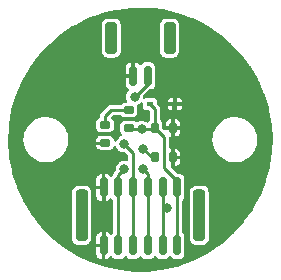
<source format=gbr>
%TF.GenerationSoftware,KiCad,Pcbnew,(5.99.0-9885-g7a8abcadd2)*%
%TF.CreationDate,2021-05-15T19:58:37-05:00*%
%TF.ProjectId,small as5047 encoder breakout,736d616c-6c20-4617-9335-30343720656e,rev?*%
%TF.SameCoordinates,Original*%
%TF.FileFunction,Copper,L1,Top*%
%TF.FilePolarity,Positive*%
%FSLAX46Y46*%
G04 Gerber Fmt 4.6, Leading zero omitted, Abs format (unit mm)*
G04 Created by KiCad (PCBNEW (5.99.0-9885-g7a8abcadd2)) date 2021-05-15 19:58:37*
%MOMM*%
%LPD*%
G01*
G04 APERTURE LIST*
G04 Aperture macros list*
%AMRoundRect*
0 Rectangle with rounded corners*
0 $1 Rounding radius*
0 $2 $3 $4 $5 $6 $7 $8 $9 X,Y pos of 4 corners*
0 Add a 4 corners polygon primitive as box body*
4,1,4,$2,$3,$4,$5,$6,$7,$8,$9,$2,$3,0*
0 Add four circle primitives for the rounded corners*
1,1,$1+$1,$2,$3*
1,1,$1+$1,$4,$5*
1,1,$1+$1,$6,$7*
1,1,$1+$1,$8,$9*
0 Add four rect primitives between the rounded corners*
20,1,$1+$1,$2,$3,$4,$5,0*
20,1,$1+$1,$4,$5,$6,$7,0*
20,1,$1+$1,$6,$7,$8,$9,0*
20,1,$1+$1,$8,$9,$2,$3,0*%
G04 Aperture macros list end*
%TA.AperFunction,SMDPad,CuDef*%
%ADD10RoundRect,0.150000X0.300000X-0.150000X0.300000X0.150000X-0.300000X0.150000X-0.300000X-0.150000X0*%
%TD*%
%TA.AperFunction,SMDPad,CuDef*%
%ADD11RoundRect,0.150000X-0.150000X-0.300000X0.150000X-0.300000X0.150000X0.300000X-0.150000X0.300000X0*%
%TD*%
%TA.AperFunction,SMDPad,CuDef*%
%ADD12RoundRect,0.150000X-0.150000X-0.700000X0.150000X-0.700000X0.150000X0.700000X-0.150000X0.700000X0*%
%TD*%
%TA.AperFunction,SMDPad,CuDef*%
%ADD13RoundRect,0.250000X-0.250000X-1.150000X0.250000X-1.150000X0.250000X1.150000X-0.250000X1.150000X0*%
%TD*%
%TA.AperFunction,SMDPad,CuDef*%
%ADD14RoundRect,0.150000X-0.300000X0.150000X-0.300000X-0.150000X0.300000X-0.150000X0.300000X0.150000X0*%
%TD*%
%TA.AperFunction,SMDPad,CuDef*%
%ADD15R,0.600000X0.450000*%
%TD*%
%TA.AperFunction,SMDPad,CuDef*%
%ADD16RoundRect,0.150000X0.150000X0.700000X-0.150000X0.700000X-0.150000X-0.700000X0.150000X-0.700000X0*%
%TD*%
%TA.AperFunction,SMDPad,CuDef*%
%ADD17RoundRect,0.250000X0.250000X1.100000X-0.250000X1.100000X-0.250000X-1.100000X0.250000X-1.100000X0*%
%TD*%
%TA.AperFunction,SMDPad,CuDef*%
%ADD18RoundRect,0.250000X-0.250000X-1.100000X0.250000X-1.100000X0.250000X1.100000X-0.250000X1.100000X0*%
%TD*%
%TA.AperFunction,ViaPad*%
%ADD19C,0.800000*%
%TD*%
%TA.AperFunction,Conductor*%
%ADD20C,0.250000*%
%TD*%
G04 APERTURE END LIST*
D10*
%TO.P,R1,1*%
%TO.N,+5V*%
X137500000Y-82000000D03*
%TO.P,R1,2*%
%TO.N,N/C*%
X137500000Y-80500000D03*
%TD*%
D11*
%TO.P,C1,1*%
%TO.N,+5V*%
X139750000Y-82000000D03*
%TO.P,C1,2*%
%TO.N,GND*%
X141250000Y-82000000D03*
%TD*%
%TO.P,C2,1*%
%TO.N,+3V3*%
X139750000Y-84500000D03*
%TO.P,C2,2*%
%TO.N,GND*%
X141250000Y-84500000D03*
%TD*%
D12*
%TO.P,J2,1,Pin_1*%
%TO.N,GND*%
X135375000Y-91950000D03*
%TO.P,J2,2,Pin_2*%
%TO.N,/H3{slash}CS*%
X136625000Y-91950000D03*
%TO.P,J2,3,Pin_3*%
%TO.N,/H2{slash}MISO*%
X137875000Y-91950000D03*
%TO.P,J2,4,Pin_4*%
%TO.N,/H1{slash}SCK*%
X139125000Y-91950000D03*
%TO.P,J2,5,Pin_5*%
%TO.N,/Temp*%
X140375000Y-91950000D03*
%TO.P,J2,6,Pin_6*%
%TO.N,+5V*%
X141625000Y-91950000D03*
D13*
%TO.P,J2,MP*%
%TO.N,N/C*%
X143475000Y-88600000D03*
X133525000Y-88600000D03*
%TD*%
D14*
%TO.P,D1,A*%
%TO.N,N/C*%
X135500000Y-81758430D03*
%TO.P,D1,C*%
X135500000Y-83258430D03*
%TD*%
D15*
%TO.P,D2,1,K*%
%TO.N,+5V*%
X139325000Y-80000000D03*
%TO.P,D2,2,A*%
%TO.N,GND*%
X141425000Y-80000000D03*
%TD*%
D16*
%TO.P,J1,1,Pin_1*%
%TO.N,/Temp*%
X139125000Y-77600000D03*
%TO.P,J1,2,Pin_2*%
%TO.N,GND*%
X137875000Y-77600000D03*
D17*
%TO.P,J1,MP*%
%TO.N,N/C*%
X140975000Y-74400000D03*
X136025000Y-74400000D03*
%TD*%
D12*
%TO.P,J3,1,Pin_1*%
%TO.N,GND*%
X135375000Y-87050000D03*
%TO.P,J3,2,Pin_2*%
%TO.N,/H3{slash}CS*%
X136625000Y-87050000D03*
%TO.P,J3,3,Pin_3*%
%TO.N,/H2{slash}MISO*%
X137875000Y-87050000D03*
%TO.P,J3,4,Pin_4*%
%TO.N,/H1{slash}SCK*%
X139125000Y-87050000D03*
%TO.P,J3,5,Pin_5*%
%TO.N,/Temp*%
X140375000Y-87050000D03*
%TO.P,J3,6,Pin_6*%
%TO.N,+5V*%
X141625000Y-87050000D03*
D18*
%TO.P,J3,MP*%
%TO.N,N/C*%
X133525000Y-90250000D03*
X143475000Y-90250000D03*
%TD*%
D19*
%TO.N,GND*%
X134250000Y-86250000D03*
X142875000Y-84250000D03*
%TO.N,+3V3*%
X138750000Y-83750000D03*
%TO.N,+5V*%
X138625000Y-82125000D03*
%TO.N,/Temp*%
X138000000Y-79375000D03*
X140750000Y-88750000D03*
%TO.N,/H3{slash}CS*%
X137125000Y-85500000D03*
%TO.N,/H2{slash}MISO*%
X137125000Y-83375000D03*
%TO.N,/H1{slash}SCK*%
X138750000Y-85500000D03*
%TD*%
D20*
%TO.N,GND*%
X137875000Y-77600000D02*
X136900000Y-77600000D01*
X135500000Y-83295930D02*
X135454070Y-83250000D01*
X141425000Y-80000000D02*
X141250000Y-80175000D01*
X141250000Y-80175000D02*
X141250000Y-82000000D01*
X141287500Y-84500000D02*
X141287500Y-82000000D01*
X134250000Y-81225000D02*
X134250000Y-83750000D01*
X134250000Y-83250000D02*
X134250000Y-83750000D01*
X134250000Y-86250000D02*
X134250000Y-83750000D01*
X142875000Y-84250000D02*
X142625000Y-84500000D01*
X134575000Y-87050000D02*
X134250000Y-86725000D01*
X134250000Y-86725000D02*
X134250000Y-86250000D01*
X134250000Y-80250000D02*
X134250000Y-81225000D01*
X135454070Y-83250000D02*
X134250000Y-83250000D01*
X142625000Y-84500000D02*
X141287500Y-84500000D01*
X135375000Y-87050000D02*
X134575000Y-87050000D01*
X136900000Y-77600000D02*
X134250000Y-80250000D01*
X135375000Y-91950000D02*
X135375000Y-87050000D01*
%TO.N,+3V3*%
X139500000Y-84500000D02*
X139712500Y-84500000D01*
X138750000Y-83750000D02*
X139500000Y-84500000D01*
%TO.N,+5V*%
X140500000Y-85375000D02*
X141625000Y-86500000D01*
X137587500Y-82125000D02*
X137500000Y-82037500D01*
X141625000Y-91950000D02*
X141625000Y-87050000D01*
X139750000Y-80750000D02*
X139750000Y-80425000D01*
X139587500Y-82125000D02*
X139712500Y-82000000D01*
X141625000Y-86500000D02*
X141625000Y-87050000D01*
X139712500Y-82000000D02*
X140500000Y-82787500D01*
X140500000Y-82787500D02*
X140500000Y-85375000D01*
X139750000Y-82000000D02*
X139750000Y-80750000D01*
X138625000Y-82125000D02*
X137587500Y-82125000D01*
X139750000Y-80425000D02*
X139325000Y-80000000D01*
X138625000Y-82125000D02*
X139587500Y-82125000D01*
%TO.N,/Temp*%
X139125000Y-77600000D02*
X139125000Y-78250000D01*
X139125000Y-78250000D02*
X138000000Y-79375000D01*
X140375000Y-87050000D02*
X140375000Y-88375000D01*
X140375000Y-91950000D02*
X140375000Y-87050000D01*
X140375000Y-88375000D02*
X140750000Y-88750000D01*
%TO.N,/H3{slash}CS*%
X136625000Y-86000000D02*
X137125000Y-85500000D01*
X136625000Y-87050000D02*
X136625000Y-86000000D01*
X136625000Y-91950000D02*
X136625000Y-87050000D01*
%TO.N,/H2{slash}MISO*%
X137875000Y-91950000D02*
X137875000Y-87050000D01*
X137875000Y-84125000D02*
X137875000Y-84500000D01*
X137875000Y-84500000D02*
X137875000Y-87050000D01*
X137125000Y-83375000D02*
X137875000Y-84125000D01*
%TO.N,/H1{slash}SCK*%
X139125000Y-85875000D02*
X138750000Y-85500000D01*
X139125000Y-91950000D02*
X139125000Y-87050000D01*
X139125000Y-87050000D02*
X139125000Y-85875000D01*
%TO.N,Net-(D1-Pad2)*%
X136037500Y-80462500D02*
X135500000Y-81000000D01*
X135500000Y-81000000D02*
X135500000Y-81720930D01*
X137500000Y-80462500D02*
X136037500Y-80462500D01*
%TD*%
%TA.AperFunction,Conductor*%
%TO.N,GND*%
G36*
X139009896Y-71815355D02*
G01*
X139062837Y-71816487D01*
X139070192Y-71816860D01*
X139122988Y-71821085D01*
X139126654Y-71821432D01*
X139671085Y-71881056D01*
X140307746Y-71950782D01*
X140311341Y-71951229D01*
X140363795Y-71958532D01*
X140371036Y-71959756D01*
X140422979Y-71970112D01*
X140426562Y-71970881D01*
X141584485Y-72237144D01*
X141588063Y-72238022D01*
X141639275Y-72251386D01*
X141646344Y-72253453D01*
X141696724Y-72269798D01*
X141700187Y-72270978D01*
X142210191Y-72453084D01*
X142819098Y-72670505D01*
X142822550Y-72671794D01*
X142871890Y-72691056D01*
X142878669Y-72693934D01*
X142926754Y-72716025D01*
X142930078Y-72717611D01*
X143994798Y-73244984D01*
X143998041Y-73246650D01*
X144044773Y-73271524D01*
X144051169Y-73275172D01*
X144096362Y-73302730D01*
X144099475Y-73304691D01*
X144234922Y-73392819D01*
X145095400Y-73952689D01*
X145098457Y-73954743D01*
X145141943Y-73984882D01*
X145147874Y-73989255D01*
X145189554Y-74021908D01*
X145192418Y-74024220D01*
X145320115Y-74130424D01*
X146105914Y-74783965D01*
X146108694Y-74786347D01*
X146148377Y-74821365D01*
X146153752Y-74826394D01*
X146191342Y-74863689D01*
X146193913Y-74866315D01*
X146844639Y-75550841D01*
X147012529Y-75727452D01*
X147015027Y-75730158D01*
X147050359Y-75769571D01*
X147055112Y-75775196D01*
X147088079Y-75816603D01*
X147090330Y-75819517D01*
X147703043Y-76637056D01*
X147802884Y-76770274D01*
X147805034Y-76773232D01*
X147825696Y-76802549D01*
X147835542Y-76816520D01*
X147839607Y-76822662D01*
X147867511Y-76867624D01*
X147869407Y-76870780D01*
X148466178Y-77898195D01*
X148467982Y-77901408D01*
X148493225Y-77947949D01*
X148496545Y-77954523D01*
X148519020Y-78002447D01*
X148520535Y-78005805D01*
X148993339Y-79095782D01*
X148994755Y-79099180D01*
X149014400Y-79148356D01*
X149016932Y-79155275D01*
X149033661Y-79205491D01*
X149034774Y-79209002D01*
X149377187Y-80346715D01*
X149378197Y-80350258D01*
X149391967Y-80401381D01*
X149393674Y-80408545D01*
X149403714Y-80456915D01*
X149404429Y-80460362D01*
X149405121Y-80463961D01*
X149570922Y-81399500D01*
X149612468Y-81633923D01*
X149613057Y-81637558D01*
X149620763Y-81689897D01*
X149621623Y-81697212D01*
X149626261Y-81749954D01*
X149626529Y-81753617D01*
X149693954Y-82905465D01*
X149696572Y-82950191D01*
X149696718Y-82953377D01*
X149698237Y-82999177D01*
X149698287Y-83005554D01*
X149697488Y-83051335D01*
X149697487Y-83051374D01*
X149697391Y-83054544D01*
X149663279Y-83851822D01*
X149661128Y-83902097D01*
X149660951Y-83905284D01*
X149657834Y-83950987D01*
X149657240Y-83957332D01*
X149651812Y-84002855D01*
X149651394Y-84006017D01*
X149479402Y-85192226D01*
X149478820Y-85195862D01*
X149469699Y-85247991D01*
X149468222Y-85255190D01*
X149456552Y-85304653D01*
X149456062Y-85306730D01*
X149455164Y-85310301D01*
X149148656Y-86458213D01*
X149147654Y-86461758D01*
X149132511Y-86512473D01*
X149130198Y-86519467D01*
X149112106Y-86569241D01*
X149110797Y-86572683D01*
X148672463Y-87676974D01*
X148671055Y-87680377D01*
X148650085Y-87729011D01*
X148646972Y-87735687D01*
X148623198Y-87783006D01*
X148621512Y-87786244D01*
X148057300Y-88831912D01*
X148055550Y-88835045D01*
X148029038Y-88880921D01*
X148025166Y-88887189D01*
X147996037Y-88931406D01*
X147993967Y-88934451D01*
X147311643Y-89907102D01*
X147309485Y-89910084D01*
X147277830Y-89952515D01*
X147273253Y-89958290D01*
X147239155Y-89998818D01*
X147236743Y-90001601D01*
X146445600Y-90888000D01*
X146443109Y-90890710D01*
X146406738Y-90929139D01*
X146401518Y-90934341D01*
X146362924Y-90970614D01*
X146360207Y-90973094D01*
X145471023Y-91761164D01*
X145468260Y-91763542D01*
X145427619Y-91797491D01*
X145421833Y-91802044D01*
X145379294Y-91833550D01*
X145376302Y-91835699D01*
X144970714Y-92118115D01*
X144401233Y-92514652D01*
X144398232Y-92516677D01*
X144360856Y-92541112D01*
X144353911Y-92545653D01*
X144347633Y-92549501D01*
X144301676Y-92575847D01*
X144298480Y-92577617D01*
X143250877Y-93138160D01*
X143247619Y-93139843D01*
X143200230Y-93163444D01*
X143193557Y-93166528D01*
X143144852Y-93187328D01*
X143141445Y-93188724D01*
X142035567Y-93623226D01*
X142032199Y-93624492D01*
X141985779Y-93641182D01*
X141982358Y-93642412D01*
X141975358Y-93644700D01*
X141924587Y-93659667D01*
X141921039Y-93660657D01*
X140772000Y-93963174D01*
X140768529Y-93964034D01*
X140716872Y-93976031D01*
X140709726Y-93977472D01*
X140657466Y-93986428D01*
X140653875Y-93986989D01*
X140272038Y-94040993D01*
X139477454Y-94153372D01*
X139473830Y-94153831D01*
X139421180Y-94159713D01*
X139413847Y-94160316D01*
X139371286Y-94162565D01*
X139361006Y-94163108D01*
X139357326Y-94163249D01*
X139279520Y-94165083D01*
X138169473Y-94191242D01*
X138165850Y-94191275D01*
X138112882Y-94190974D01*
X138105527Y-94190717D01*
X138052670Y-94187322D01*
X138049047Y-94187036D01*
X136866059Y-94076253D01*
X136862439Y-94075861D01*
X136809870Y-94069383D01*
X136802607Y-94068272D01*
X136765535Y-94061484D01*
X136750540Y-94058739D01*
X136746927Y-94058023D01*
X135584932Y-93809972D01*
X135581343Y-93809150D01*
X135529940Y-93796596D01*
X135522838Y-93794640D01*
X135472236Y-93779097D01*
X135468731Y-93777964D01*
X134343657Y-93396053D01*
X134340203Y-93394825D01*
X134290544Y-93376332D01*
X134283778Y-93373584D01*
X134235287Y-93352222D01*
X134231967Y-93350701D01*
X133159138Y-92840137D01*
X133155836Y-92838506D01*
X133108705Y-92814362D01*
X133102248Y-92810812D01*
X133056625Y-92783964D01*
X133053480Y-92782051D01*
X132047554Y-92149812D01*
X132044462Y-92147805D01*
X132000473Y-92118328D01*
X131994479Y-92114053D01*
X131993813Y-92113548D01*
X134775000Y-92113548D01*
X134775000Y-92678550D01*
X134775699Y-92687909D01*
X134788714Y-92774477D01*
X134794191Y-92792278D01*
X134844600Y-92897255D01*
X134855074Y-92912667D01*
X134934120Y-92998178D01*
X134948661Y-93009828D01*
X135049357Y-93068316D01*
X135066680Y-93075175D01*
X135166785Y-93098378D01*
X135180965Y-93100000D01*
X135206885Y-93100000D01*
X135222124Y-93095525D01*
X135223329Y-93094135D01*
X135225000Y-93086452D01*
X135225000Y-92118115D01*
X135220525Y-92102876D01*
X135219135Y-92101671D01*
X135211452Y-92100000D01*
X134793115Y-92100000D01*
X134777876Y-92104475D01*
X134776671Y-92105865D01*
X134775000Y-92113548D01*
X131993813Y-92113548D01*
X131952325Y-92082086D01*
X131949422Y-92079817D01*
X131218227Y-91490871D01*
X131024067Y-91334484D01*
X131021257Y-91332150D01*
X130981021Y-91297754D01*
X130975590Y-91292831D01*
X130937403Y-91256115D01*
X130934810Y-91253548D01*
X130102759Y-90405366D01*
X130100218Y-90402699D01*
X130064264Y-90363838D01*
X130059423Y-90358288D01*
X130049264Y-90345931D01*
X130025785Y-90317373D01*
X130023533Y-90314551D01*
X129327403Y-89415487D01*
X129296125Y-89375091D01*
X129293913Y-89372147D01*
X129262736Y-89329354D01*
X129258575Y-89323276D01*
X129229940Y-89278716D01*
X129227994Y-89275588D01*
X128615196Y-88257732D01*
X128613342Y-88254550D01*
X128587351Y-88208375D01*
X128583960Y-88201916D01*
X128560699Y-88154277D01*
X128559164Y-88151014D01*
X128523100Y-88071325D01*
X128220378Y-87402428D01*
X132724500Y-87402428D01*
X132724500Y-91386501D01*
X132725082Y-91390747D01*
X132725082Y-91390753D01*
X132726464Y-91400841D01*
X132739963Y-91499385D01*
X132799845Y-91637764D01*
X132805253Y-91644442D01*
X132875626Y-91731345D01*
X132894734Y-91754942D01*
X132901736Y-91759918D01*
X132901738Y-91759920D01*
X132993533Y-91825155D01*
X133017639Y-91842286D01*
X133159505Y-91893361D01*
X133227428Y-91900500D01*
X133811501Y-91900500D01*
X133815747Y-91899918D01*
X133815753Y-91899918D01*
X133882408Y-91890787D01*
X133924385Y-91885037D01*
X133932270Y-91881625D01*
X134054880Y-91828567D01*
X134054882Y-91828566D01*
X134062764Y-91825155D01*
X134141786Y-91761164D01*
X134173264Y-91735674D01*
X134173265Y-91735673D01*
X134179942Y-91730266D01*
X134184918Y-91723264D01*
X134184920Y-91723262D01*
X134262310Y-91614363D01*
X134267286Y-91607361D01*
X134318361Y-91465495D01*
X134325500Y-91397572D01*
X134325500Y-91205965D01*
X134775000Y-91205965D01*
X134775000Y-91781885D01*
X134779475Y-91797124D01*
X134780865Y-91798329D01*
X134788548Y-91800000D01*
X135206885Y-91800000D01*
X135222124Y-91795525D01*
X135223329Y-91794135D01*
X135225000Y-91786452D01*
X135225000Y-90818115D01*
X135220525Y-90802876D01*
X135219135Y-90801671D01*
X135211452Y-90800000D01*
X135196450Y-90800000D01*
X135187091Y-90800699D01*
X135100523Y-90813714D01*
X135082722Y-90819191D01*
X134977745Y-90869600D01*
X134962333Y-90880074D01*
X134876822Y-90959120D01*
X134865172Y-90973661D01*
X134806684Y-91074357D01*
X134799825Y-91091680D01*
X134776622Y-91191785D01*
X134775000Y-91205965D01*
X134325500Y-91205965D01*
X134325500Y-87413499D01*
X134324435Y-87405718D01*
X134311203Y-87309129D01*
X134310037Y-87300615D01*
X134272360Y-87213548D01*
X134775000Y-87213548D01*
X134775000Y-87778550D01*
X134775699Y-87787909D01*
X134788714Y-87874477D01*
X134794191Y-87892278D01*
X134844600Y-87997255D01*
X134855074Y-88012667D01*
X134934120Y-88098178D01*
X134948661Y-88109828D01*
X135049357Y-88168316D01*
X135066680Y-88175175D01*
X135166785Y-88198378D01*
X135180965Y-88200000D01*
X135206885Y-88200000D01*
X135222124Y-88195525D01*
X135223329Y-88194135D01*
X135225000Y-88186452D01*
X135225000Y-87218115D01*
X135220525Y-87202876D01*
X135219135Y-87201671D01*
X135211452Y-87200000D01*
X134793115Y-87200000D01*
X134777876Y-87204475D01*
X134776671Y-87205865D01*
X134775000Y-87213548D01*
X134272360Y-87213548D01*
X134269035Y-87205865D01*
X134253567Y-87170120D01*
X134253566Y-87170118D01*
X134250155Y-87162236D01*
X134155266Y-87045058D01*
X134148264Y-87040082D01*
X134148262Y-87040080D01*
X134039363Y-86962690D01*
X134032361Y-86957714D01*
X133890495Y-86906639D01*
X133822572Y-86899500D01*
X133238499Y-86899500D01*
X133234253Y-86900082D01*
X133234247Y-86900082D01*
X133186382Y-86906639D01*
X133125615Y-86914963D01*
X133117731Y-86918375D01*
X133117730Y-86918375D01*
X132995120Y-86971433D01*
X132995118Y-86971434D01*
X132987236Y-86974845D01*
X132980558Y-86980253D01*
X132892284Y-87051736D01*
X132870058Y-87069734D01*
X132865082Y-87076736D01*
X132865080Y-87076738D01*
X132809066Y-87155558D01*
X132782714Y-87192639D01*
X132731639Y-87334505D01*
X132724500Y-87402428D01*
X128220378Y-87402428D01*
X128069265Y-87068526D01*
X128067796Y-87065148D01*
X128047402Y-87016334D01*
X128044763Y-87009458D01*
X128027240Y-86959491D01*
X128026071Y-86955997D01*
X127819244Y-86305965D01*
X134775000Y-86305965D01*
X134775000Y-86881885D01*
X134779475Y-86897124D01*
X134780865Y-86898329D01*
X134788548Y-86900000D01*
X135206885Y-86900000D01*
X135222124Y-86895525D01*
X135223329Y-86894135D01*
X135225000Y-86886452D01*
X135225000Y-85918115D01*
X135220525Y-85902876D01*
X135219135Y-85901671D01*
X135211452Y-85900000D01*
X135196450Y-85900000D01*
X135187091Y-85900699D01*
X135100523Y-85913714D01*
X135082722Y-85919191D01*
X134977745Y-85969600D01*
X134962333Y-85980074D01*
X134876822Y-86059120D01*
X134865172Y-86073661D01*
X134806684Y-86174357D01*
X134799825Y-86191680D01*
X134776622Y-86291785D01*
X134775000Y-86305965D01*
X127819244Y-86305965D01*
X127665824Y-85823784D01*
X127664759Y-85820259D01*
X127650193Y-85769378D01*
X127648374Y-85762240D01*
X127636808Y-85710604D01*
X127636055Y-85706998D01*
X127611188Y-85578467D01*
X127536810Y-85194040D01*
X127410364Y-84540485D01*
X127409717Y-84536858D01*
X127401185Y-84484611D01*
X127400211Y-84477312D01*
X127394747Y-84424670D01*
X127394420Y-84420999D01*
X127389400Y-84353437D01*
X127306370Y-83236116D01*
X127306151Y-83232445D01*
X127303772Y-83179558D01*
X127303657Y-83172191D01*
X127304373Y-83119298D01*
X127304476Y-83115617D01*
X127305724Y-83086439D01*
X128596462Y-83086439D01*
X128596997Y-83090957D01*
X128596997Y-83090963D01*
X128611590Y-83214258D01*
X128628878Y-83360321D01*
X128700491Y-83626655D01*
X128809801Y-83879862D01*
X128812192Y-83883741D01*
X128943844Y-84097320D01*
X128954518Y-84114637D01*
X129131610Y-84326062D01*
X129337368Y-84509708D01*
X129567482Y-84661728D01*
X129588743Y-84671710D01*
X129812995Y-84776997D01*
X129813000Y-84776999D01*
X129817130Y-84778938D01*
X130081083Y-84858881D01*
X130353812Y-84899884D01*
X130358377Y-84899904D01*
X130358378Y-84899904D01*
X130491707Y-84900485D01*
X130629603Y-84901087D01*
X130658922Y-84896940D01*
X130898163Y-84863105D01*
X130898167Y-84863104D01*
X130902679Y-84862466D01*
X131167320Y-84784829D01*
X131208528Y-84765919D01*
X131413825Y-84671710D01*
X131413829Y-84671708D01*
X131417982Y-84669802D01*
X131649413Y-84519796D01*
X131856766Y-84337953D01*
X131861940Y-84331885D01*
X131932597Y-84249009D01*
X132035696Y-84128081D01*
X132038119Y-84124225D01*
X132038124Y-84124219D01*
X132180028Y-83898443D01*
X132180029Y-83898441D01*
X132182457Y-83894578D01*
X132201359Y-83851822D01*
X132292128Y-83646507D01*
X132292130Y-83646502D01*
X132293972Y-83642335D01*
X132344798Y-83459682D01*
X132366683Y-83381036D01*
X132366684Y-83381031D01*
X132367907Y-83376636D01*
X132394108Y-83170679D01*
X132402317Y-83106153D01*
X132402317Y-83106150D01*
X132402712Y-83103047D01*
X132403029Y-83091350D01*
X132405415Y-83003137D01*
X132405500Y-83000000D01*
X132385541Y-82724929D01*
X132343541Y-82534690D01*
X132327069Y-82460081D01*
X132327068Y-82460077D01*
X132326084Y-82455621D01*
X132228372Y-82197716D01*
X132094454Y-81956618D01*
X132008610Y-81844135D01*
X131929902Y-81741002D01*
X131929898Y-81740998D01*
X131927135Y-81737377D01*
X131901308Y-81712129D01*
X131788526Y-81601878D01*
X131742800Y-81557178D01*
X134749500Y-81557178D01*
X134749500Y-81941688D01*
X134750199Y-81946335D01*
X134750199Y-81946340D01*
X134759897Y-82010845D01*
X134764636Y-82042365D01*
X134823265Y-82164459D01*
X134829657Y-82171373D01*
X134829657Y-82171374D01*
X134842331Y-82185085D01*
X134915202Y-82263916D01*
X135032319Y-82331943D01*
X135148748Y-82358930D01*
X135833258Y-82358930D01*
X135837905Y-82358231D01*
X135837910Y-82358231D01*
X135924624Y-82345194D01*
X135924625Y-82345194D01*
X135933935Y-82343794D01*
X136056029Y-82285165D01*
X136155486Y-82193228D01*
X136223513Y-82076111D01*
X136250500Y-81959682D01*
X136250500Y-81575172D01*
X136248041Y-81558811D01*
X136236764Y-81483806D01*
X136236764Y-81483805D01*
X136235364Y-81474495D01*
X136176735Y-81352401D01*
X136084798Y-81252944D01*
X136076655Y-81248214D01*
X136069304Y-81242325D01*
X136070208Y-81241197D01*
X136028261Y-81196970D01*
X136015010Y-81127220D01*
X136041572Y-81061380D01*
X136051312Y-81050436D01*
X136176843Y-80924905D01*
X136239155Y-80890879D01*
X136265938Y-80888000D01*
X136751485Y-80888000D01*
X136819606Y-80908002D01*
X136844010Y-80928471D01*
X136857048Y-80942575D01*
X136915202Y-81005486D01*
X136923344Y-81010215D01*
X136923345Y-81010216D01*
X136940780Y-81020343D01*
X137032319Y-81073513D01*
X137148748Y-81100500D01*
X137833258Y-81100500D01*
X137837905Y-81099801D01*
X137837910Y-81099801D01*
X137924624Y-81086764D01*
X137924625Y-81086764D01*
X137933935Y-81085364D01*
X138056029Y-81026735D01*
X138155486Y-80934798D01*
X138223513Y-80817681D01*
X138250500Y-80701252D01*
X138250500Y-80316742D01*
X138248633Y-80304318D01*
X138236764Y-80225376D01*
X138236764Y-80225375D01*
X138235364Y-80216065D01*
X138221052Y-80186260D01*
X138209596Y-80116195D01*
X138237839Y-80051058D01*
X138278022Y-80019155D01*
X138383634Y-79966038D01*
X138390418Y-79962626D01*
X138511669Y-79859067D01*
X138576459Y-79830036D01*
X138646659Y-79840641D01*
X138699981Y-79887515D01*
X138719500Y-79954878D01*
X138719500Y-80225000D01*
X138719567Y-80226441D01*
X138719567Y-80226458D01*
X138720219Y-80240558D01*
X138720803Y-80253188D01*
X138751528Y-80361173D01*
X138819186Y-80450767D01*
X138914641Y-80509870D01*
X138926113Y-80512014D01*
X138926114Y-80512015D01*
X139019275Y-80529430D01*
X139019277Y-80529430D01*
X139025000Y-80530500D01*
X139198500Y-80530500D01*
X139266621Y-80550502D01*
X139313114Y-80604158D01*
X139324500Y-80656500D01*
X139324500Y-81286150D01*
X139304498Y-81354271D01*
X139284029Y-81378675D01*
X139251427Y-81408811D01*
X139251425Y-81408814D01*
X139244514Y-81415202D01*
X139201194Y-81489784D01*
X139196332Y-81498154D01*
X139144821Y-81547012D01*
X139075072Y-81560266D01*
X139028911Y-81543275D01*
X139027638Y-81545679D01*
X139023098Y-81543275D01*
X138877829Y-81466359D01*
X138713423Y-81425063D01*
X138705825Y-81425023D01*
X138705823Y-81425023D01*
X138632792Y-81424641D01*
X138543912Y-81424176D01*
X138536533Y-81425948D01*
X138536529Y-81425948D01*
X138386461Y-81461976D01*
X138386457Y-81461977D01*
X138379082Y-81463748D01*
X138372337Y-81467229D01*
X138372338Y-81467229D01*
X138245817Y-81532531D01*
X138176109Y-81546000D01*
X138110186Y-81519645D01*
X138095501Y-81506092D01*
X138091191Y-81501429D01*
X138091188Y-81501426D01*
X138084798Y-81494514D01*
X137967681Y-81426487D01*
X137851252Y-81399500D01*
X137166742Y-81399500D01*
X137162095Y-81400199D01*
X137162090Y-81400199D01*
X137075376Y-81413236D01*
X137075375Y-81413236D01*
X137066065Y-81414636D01*
X136992574Y-81449926D01*
X136958353Y-81466359D01*
X136943971Y-81473265D01*
X136844514Y-81565202D01*
X136776487Y-81682319D01*
X136749500Y-81798748D01*
X136749500Y-82183258D01*
X136750199Y-82187905D01*
X136750199Y-82187910D01*
X136760587Y-82257002D01*
X136764636Y-82283935D01*
X136823265Y-82406029D01*
X136911310Y-82501276D01*
X136911311Y-82501277D01*
X136915202Y-82505486D01*
X136914624Y-82506020D01*
X136950855Y-82557884D01*
X136953592Y-82628828D01*
X136917539Y-82689990D01*
X136879205Y-82713718D01*
X136879082Y-82713748D01*
X136728450Y-82791495D01*
X136722728Y-82796487D01*
X136722726Y-82796488D01*
X136691610Y-82823632D01*
X136600711Y-82902928D01*
X136583904Y-82926842D01*
X136508465Y-83034181D01*
X136503240Y-83041615D01*
X136495366Y-83061811D01*
X136488909Y-83078373D01*
X136445528Y-83134574D01*
X136378649Y-83158401D01*
X136309505Y-83142287D01*
X136260049Y-83091350D01*
X136246916Y-83051335D01*
X136246592Y-83049176D01*
X136239670Y-83003137D01*
X136236764Y-82983806D01*
X136236764Y-82983805D01*
X136235364Y-82974495D01*
X136176735Y-82852401D01*
X136150457Y-82823973D01*
X136119502Y-82790487D01*
X136084798Y-82752944D01*
X136072026Y-82745525D01*
X136028888Y-82720469D01*
X135967681Y-82684917D01*
X135851252Y-82657930D01*
X135166742Y-82657930D01*
X135162095Y-82658629D01*
X135162090Y-82658629D01*
X135075376Y-82671666D01*
X135075375Y-82671666D01*
X135066065Y-82673066D01*
X134943971Y-82731695D01*
X134937057Y-82738087D01*
X134937056Y-82738087D01*
X134917753Y-82755931D01*
X134844514Y-82823632D01*
X134776487Y-82940749D01*
X134749500Y-83057178D01*
X134749500Y-83441688D01*
X134750199Y-83446335D01*
X134750199Y-83446340D01*
X134763236Y-83533054D01*
X134764636Y-83542365D01*
X134802994Y-83622244D01*
X134814645Y-83646507D01*
X134823265Y-83664459D01*
X134915202Y-83763916D01*
X134923344Y-83768645D01*
X134923345Y-83768646D01*
X134940780Y-83778773D01*
X135032319Y-83831943D01*
X135148748Y-83858930D01*
X135833258Y-83858930D01*
X135837905Y-83858231D01*
X135837910Y-83858231D01*
X135924624Y-83845194D01*
X135924625Y-83845194D01*
X135933935Y-83843794D01*
X136056029Y-83785165D01*
X136155486Y-83693228D01*
X136223513Y-83576111D01*
X136223718Y-83576230D01*
X136263824Y-83524829D01*
X136330827Y-83501353D01*
X136399886Y-83517829D01*
X136449074Y-83569025D01*
X136455625Y-83583881D01*
X136496395Y-83695290D01*
X136500631Y-83701593D01*
X136500631Y-83701594D01*
X136518066Y-83727540D01*
X136590940Y-83835988D01*
X136716317Y-83950073D01*
X136865288Y-84030957D01*
X137029253Y-84073973D01*
X137113499Y-84075296D01*
X137174277Y-84076251D01*
X137242075Y-84097320D01*
X137261393Y-84113140D01*
X137412595Y-84264342D01*
X137446621Y-84326654D01*
X137449500Y-84353437D01*
X137449500Y-84697798D01*
X137429498Y-84765919D01*
X137375842Y-84812412D01*
X137305568Y-84822516D01*
X137292805Y-84820002D01*
X137220794Y-84801914D01*
X137220790Y-84801914D01*
X137213423Y-84800063D01*
X137205825Y-84800023D01*
X137205823Y-84800023D01*
X137132792Y-84799641D01*
X137043912Y-84799176D01*
X137036533Y-84800948D01*
X137036529Y-84800948D01*
X136886461Y-84836976D01*
X136886457Y-84836977D01*
X136879082Y-84838748D01*
X136835615Y-84861183D01*
X136746465Y-84907197D01*
X136728450Y-84916495D01*
X136722728Y-84921487D01*
X136722726Y-84921488D01*
X136680505Y-84958320D01*
X136600711Y-85027928D01*
X136503240Y-85166615D01*
X136441665Y-85324549D01*
X136440507Y-85333345D01*
X136420626Y-85484356D01*
X136419539Y-85492612D01*
X136423599Y-85529387D01*
X136423946Y-85532528D01*
X136411540Y-85602432D01*
X136387802Y-85635450D01*
X136301803Y-85721449D01*
X136301051Y-85722484D01*
X136299319Y-85724357D01*
X136276718Y-85746958D01*
X136268932Y-85762240D01*
X136265840Y-85768308D01*
X136255507Y-85785170D01*
X136241421Y-85804557D01*
X136234013Y-85827358D01*
X136226452Y-85845612D01*
X136215570Y-85866968D01*
X136214019Y-85876761D01*
X136214018Y-85876764D01*
X136211819Y-85890644D01*
X136207205Y-85909864D01*
X136199800Y-85932655D01*
X136199800Y-85942576D01*
X136198249Y-85952367D01*
X136195103Y-85951869D01*
X136179798Y-86003994D01*
X136159328Y-86028398D01*
X136126430Y-86058808D01*
X136126428Y-86058811D01*
X136119514Y-86065202D01*
X136114786Y-86073342D01*
X136114784Y-86073345D01*
X136109679Y-86082134D01*
X136058168Y-86130992D01*
X135988419Y-86144245D01*
X135922578Y-86117684D01*
X135896513Y-86089668D01*
X135894926Y-86087333D01*
X135815880Y-86001822D01*
X135801339Y-85990172D01*
X135700643Y-85931684D01*
X135683320Y-85924825D01*
X135583215Y-85901622D01*
X135569035Y-85900000D01*
X135543115Y-85900000D01*
X135527876Y-85904475D01*
X135526671Y-85905865D01*
X135525000Y-85913548D01*
X135525000Y-88181885D01*
X135529475Y-88197124D01*
X135530865Y-88198329D01*
X135538548Y-88200000D01*
X135553550Y-88200000D01*
X135562909Y-88199301D01*
X135649477Y-88186286D01*
X135667278Y-88180809D01*
X135772255Y-88130400D01*
X135787667Y-88119926D01*
X135873178Y-88040880D01*
X135884830Y-88026336D01*
X135889734Y-88017893D01*
X135941245Y-87969034D01*
X136010993Y-87955781D01*
X136076835Y-87982341D01*
X136097617Y-88004679D01*
X136098265Y-88006029D01*
X136104661Y-88012948D01*
X136104663Y-88012951D01*
X136166024Y-88079331D01*
X136197577Y-88142931D01*
X136199500Y-88164860D01*
X136199500Y-90836150D01*
X136179498Y-90904271D01*
X136159029Y-90928675D01*
X136126427Y-90958811D01*
X136126425Y-90958814D01*
X136119514Y-90965202D01*
X136114786Y-90973342D01*
X136114784Y-90973345D01*
X136109679Y-90982134D01*
X136058168Y-91030992D01*
X135988419Y-91044245D01*
X135922578Y-91017684D01*
X135896513Y-90989668D01*
X135894926Y-90987333D01*
X135815880Y-90901822D01*
X135801339Y-90890172D01*
X135700643Y-90831684D01*
X135683320Y-90824825D01*
X135583215Y-90801622D01*
X135569035Y-90800000D01*
X135543115Y-90800000D01*
X135527876Y-90804475D01*
X135526671Y-90805865D01*
X135525000Y-90813548D01*
X135525000Y-93081885D01*
X135529475Y-93097124D01*
X135530865Y-93098329D01*
X135538548Y-93100000D01*
X135553550Y-93100000D01*
X135562909Y-93099301D01*
X135649477Y-93086286D01*
X135667278Y-93080809D01*
X135772255Y-93030400D01*
X135787667Y-93019926D01*
X135873178Y-92940880D01*
X135884830Y-92926336D01*
X135889734Y-92917893D01*
X135941245Y-92869034D01*
X136010993Y-92855781D01*
X136076835Y-92882341D01*
X136097617Y-92904679D01*
X136098265Y-92906029D01*
X136190202Y-93005486D01*
X136307319Y-93073513D01*
X136423748Y-93100500D01*
X136808258Y-93100500D01*
X136812905Y-93099801D01*
X136812910Y-93099801D01*
X136899624Y-93086764D01*
X136899625Y-93086764D01*
X136908935Y-93085364D01*
X137031029Y-93026735D01*
X137130486Y-92934798D01*
X137140042Y-92918346D01*
X137191552Y-92869489D01*
X137261301Y-92856235D01*
X137327142Y-92882795D01*
X137347739Y-92904934D01*
X137348265Y-92906029D01*
X137354654Y-92912941D01*
X137354655Y-92912942D01*
X137399851Y-92961834D01*
X137440202Y-93005486D01*
X137557319Y-93073513D01*
X137673748Y-93100500D01*
X138058258Y-93100500D01*
X138062905Y-93099801D01*
X138062910Y-93099801D01*
X138149624Y-93086764D01*
X138149625Y-93086764D01*
X138158935Y-93085364D01*
X138281029Y-93026735D01*
X138380486Y-92934798D01*
X138390042Y-92918346D01*
X138441552Y-92869489D01*
X138511301Y-92856235D01*
X138577142Y-92882795D01*
X138597739Y-92904934D01*
X138598265Y-92906029D01*
X138604654Y-92912941D01*
X138604655Y-92912942D01*
X138649851Y-92961834D01*
X138690202Y-93005486D01*
X138807319Y-93073513D01*
X138923748Y-93100500D01*
X139308258Y-93100500D01*
X139312905Y-93099801D01*
X139312910Y-93099801D01*
X139399624Y-93086764D01*
X139399625Y-93086764D01*
X139408935Y-93085364D01*
X139531029Y-93026735D01*
X139630486Y-92934798D01*
X139640042Y-92918346D01*
X139691552Y-92869489D01*
X139761301Y-92856235D01*
X139827142Y-92882795D01*
X139847739Y-92904934D01*
X139848265Y-92906029D01*
X139854654Y-92912941D01*
X139854655Y-92912942D01*
X139899851Y-92961834D01*
X139940202Y-93005486D01*
X140057319Y-93073513D01*
X140173748Y-93100500D01*
X140558258Y-93100500D01*
X140562905Y-93099801D01*
X140562910Y-93099801D01*
X140649624Y-93086764D01*
X140649625Y-93086764D01*
X140658935Y-93085364D01*
X140781029Y-93026735D01*
X140880486Y-92934798D01*
X140890042Y-92918346D01*
X140941552Y-92869489D01*
X141011301Y-92856235D01*
X141077142Y-92882795D01*
X141097739Y-92904934D01*
X141098265Y-92906029D01*
X141104654Y-92912941D01*
X141104655Y-92912942D01*
X141149851Y-92961834D01*
X141190202Y-93005486D01*
X141307319Y-93073513D01*
X141423748Y-93100500D01*
X141808258Y-93100500D01*
X141812905Y-93099801D01*
X141812910Y-93099801D01*
X141899624Y-93086764D01*
X141899625Y-93086764D01*
X141908935Y-93085364D01*
X142031029Y-93026735D01*
X142130486Y-92934798D01*
X142198513Y-92817681D01*
X142225500Y-92701252D01*
X142225500Y-91216742D01*
X142210364Y-91116065D01*
X142151735Y-90993971D01*
X142145341Y-90987054D01*
X142145340Y-90987052D01*
X142083976Y-90920669D01*
X142052423Y-90857069D01*
X142050500Y-90835140D01*
X142050500Y-88163850D01*
X142070502Y-88095729D01*
X142090971Y-88071325D01*
X142123573Y-88041189D01*
X142123575Y-88041186D01*
X142130486Y-88034798D01*
X142198513Y-87917681D01*
X142225500Y-87801252D01*
X142225500Y-87402428D01*
X142674500Y-87402428D01*
X142674500Y-91386501D01*
X142675082Y-91390747D01*
X142675082Y-91390753D01*
X142676464Y-91400841D01*
X142689963Y-91499385D01*
X142749845Y-91637764D01*
X142755253Y-91644442D01*
X142825626Y-91731345D01*
X142844734Y-91754942D01*
X142851736Y-91759918D01*
X142851738Y-91759920D01*
X142943533Y-91825155D01*
X142967639Y-91842286D01*
X143109505Y-91893361D01*
X143177428Y-91900500D01*
X143761501Y-91900500D01*
X143765747Y-91899918D01*
X143765753Y-91899918D01*
X143832408Y-91890787D01*
X143874385Y-91885037D01*
X143882270Y-91881625D01*
X144004880Y-91828567D01*
X144004882Y-91828566D01*
X144012764Y-91825155D01*
X144091786Y-91761164D01*
X144123264Y-91735674D01*
X144123265Y-91735673D01*
X144129942Y-91730266D01*
X144134918Y-91723264D01*
X144134920Y-91723262D01*
X144212310Y-91614363D01*
X144217286Y-91607361D01*
X144268361Y-91465495D01*
X144275500Y-91397572D01*
X144275500Y-87413499D01*
X144274435Y-87405718D01*
X144261203Y-87309129D01*
X144260037Y-87300615D01*
X144219035Y-87205865D01*
X144203567Y-87170120D01*
X144203566Y-87170118D01*
X144200155Y-87162236D01*
X144105266Y-87045058D01*
X144098264Y-87040082D01*
X144098262Y-87040080D01*
X143989363Y-86962690D01*
X143982361Y-86957714D01*
X143840495Y-86906639D01*
X143772572Y-86899500D01*
X143188499Y-86899500D01*
X143184253Y-86900082D01*
X143184247Y-86900082D01*
X143136382Y-86906639D01*
X143075615Y-86914963D01*
X143067731Y-86918375D01*
X143067730Y-86918375D01*
X142945120Y-86971433D01*
X142945118Y-86971434D01*
X142937236Y-86974845D01*
X142930558Y-86980253D01*
X142842284Y-87051736D01*
X142820058Y-87069734D01*
X142815082Y-87076736D01*
X142815080Y-87076738D01*
X142759066Y-87155558D01*
X142732714Y-87192639D01*
X142681639Y-87334505D01*
X142674500Y-87402428D01*
X142225500Y-87402428D01*
X142225500Y-86316742D01*
X142210364Y-86216065D01*
X142162892Y-86117205D01*
X142155812Y-86102461D01*
X142155812Y-86102460D01*
X142151735Y-86093971D01*
X142059798Y-85994514D01*
X141942681Y-85926487D01*
X141826252Y-85899500D01*
X141678438Y-85899500D01*
X141610317Y-85879498D01*
X141589342Y-85862595D01*
X141122114Y-85395366D01*
X141088089Y-85333054D01*
X141092190Y-85275711D01*
X141091493Y-85275559D01*
X141092548Y-85270708D01*
X141093154Y-85262238D01*
X141095107Y-85258947D01*
X141100000Y-85236452D01*
X141100000Y-84663548D01*
X141400000Y-84663548D01*
X141400000Y-85231885D01*
X141404475Y-85247124D01*
X141405865Y-85248329D01*
X141413548Y-85250000D01*
X141428550Y-85250000D01*
X141437909Y-85249301D01*
X141524477Y-85236286D01*
X141542278Y-85230809D01*
X141647255Y-85180400D01*
X141662667Y-85169926D01*
X141748178Y-85090880D01*
X141759828Y-85076339D01*
X141818316Y-84975643D01*
X141825175Y-84958320D01*
X141848378Y-84858215D01*
X141850000Y-84844035D01*
X141850000Y-84668115D01*
X141845525Y-84652876D01*
X141844135Y-84651671D01*
X141836452Y-84650000D01*
X141418115Y-84650000D01*
X141402876Y-84654475D01*
X141401671Y-84655865D01*
X141400000Y-84663548D01*
X141100000Y-84663548D01*
X141100000Y-83768115D01*
X141098659Y-83763548D01*
X141400000Y-83763548D01*
X141400000Y-84331885D01*
X141404475Y-84347124D01*
X141405865Y-84348329D01*
X141413548Y-84350000D01*
X141831885Y-84350000D01*
X141847124Y-84345525D01*
X141848329Y-84344135D01*
X141850000Y-84336452D01*
X141850000Y-84171450D01*
X141849301Y-84162091D01*
X141836286Y-84075523D01*
X141830809Y-84057722D01*
X141780400Y-83952745D01*
X141769926Y-83937333D01*
X141690880Y-83851822D01*
X141676339Y-83840172D01*
X141575643Y-83781684D01*
X141558320Y-83774825D01*
X141458215Y-83751622D01*
X141444035Y-83750000D01*
X141418115Y-83750000D01*
X141402876Y-83754475D01*
X141401671Y-83755865D01*
X141400000Y-83763548D01*
X141098659Y-83763548D01*
X141095525Y-83752876D01*
X141094135Y-83751671D01*
X141086452Y-83750000D01*
X141071448Y-83750000D01*
X141060889Y-83750789D01*
X140991467Y-83735918D01*
X140941105Y-83685876D01*
X140925500Y-83625139D01*
X140925500Y-83086439D01*
X144596462Y-83086439D01*
X144596997Y-83090957D01*
X144596997Y-83090963D01*
X144611590Y-83214258D01*
X144628878Y-83360321D01*
X144700491Y-83626655D01*
X144809801Y-83879862D01*
X144812192Y-83883741D01*
X144943844Y-84097320D01*
X144954518Y-84114637D01*
X145131610Y-84326062D01*
X145337368Y-84509708D01*
X145567482Y-84661728D01*
X145588743Y-84671710D01*
X145812995Y-84776997D01*
X145813000Y-84776999D01*
X145817130Y-84778938D01*
X146081083Y-84858881D01*
X146353812Y-84899884D01*
X146358377Y-84899904D01*
X146358378Y-84899904D01*
X146491707Y-84900485D01*
X146629603Y-84901087D01*
X146658922Y-84896940D01*
X146898163Y-84863105D01*
X146898167Y-84863104D01*
X146902679Y-84862466D01*
X147167320Y-84784829D01*
X147208528Y-84765919D01*
X147413825Y-84671710D01*
X147413829Y-84671708D01*
X147417982Y-84669802D01*
X147649413Y-84519796D01*
X147856766Y-84337953D01*
X147861940Y-84331885D01*
X147932597Y-84249009D01*
X148035696Y-84128081D01*
X148038119Y-84124225D01*
X148038124Y-84124219D01*
X148180028Y-83898443D01*
X148180029Y-83898441D01*
X148182457Y-83894578D01*
X148201359Y-83851822D01*
X148292128Y-83646507D01*
X148292130Y-83646502D01*
X148293972Y-83642335D01*
X148344798Y-83459682D01*
X148366683Y-83381036D01*
X148366684Y-83381031D01*
X148367907Y-83376636D01*
X148394108Y-83170679D01*
X148402317Y-83106153D01*
X148402317Y-83106150D01*
X148402712Y-83103047D01*
X148403029Y-83091350D01*
X148405415Y-83003137D01*
X148405500Y-83000000D01*
X148385541Y-82724929D01*
X148343541Y-82534690D01*
X148327069Y-82460081D01*
X148327068Y-82460077D01*
X148326084Y-82455621D01*
X148228372Y-82197716D01*
X148094454Y-81956618D01*
X148008610Y-81844135D01*
X147929902Y-81741002D01*
X147929898Y-81740998D01*
X147927135Y-81737377D01*
X147901308Y-81712129D01*
X147788526Y-81601878D01*
X147729920Y-81544587D01*
X147603352Y-81452461D01*
X147510631Y-81384971D01*
X147510628Y-81384969D01*
X147506939Y-81382284D01*
X147336441Y-81292581D01*
X147266905Y-81255996D01*
X147266899Y-81255993D01*
X147262865Y-81253871D01*
X147258560Y-81252351D01*
X147258556Y-81252349D01*
X147007123Y-81163559D01*
X147007122Y-81163559D01*
X147002810Y-81162036D01*
X146872044Y-81136262D01*
X146736694Y-81109584D01*
X146736688Y-81109583D01*
X146732222Y-81108703D01*
X146727669Y-81108476D01*
X146727666Y-81108476D01*
X146461338Y-81095217D01*
X146461332Y-81095217D01*
X146456769Y-81094990D01*
X146182222Y-81121185D01*
X145914332Y-81186737D01*
X145910106Y-81188449D01*
X145910102Y-81188450D01*
X145662944Y-81288559D01*
X145662939Y-81288562D01*
X145658711Y-81290274D01*
X145654776Y-81292578D01*
X145654770Y-81292581D01*
X145428509Y-81425063D01*
X145420713Y-81429628D01*
X145205325Y-81601878D01*
X145017058Y-81803416D01*
X144859856Y-82030022D01*
X144800168Y-82150000D01*
X144792975Y-82164459D01*
X144737013Y-82276946D01*
X144651101Y-82539018D01*
X144619651Y-82720155D01*
X144606398Y-82796488D01*
X144603922Y-82810746D01*
X144601109Y-82914703D01*
X144597668Y-83041886D01*
X144596462Y-83086439D01*
X140925500Y-83086439D01*
X140925500Y-82876000D01*
X140945502Y-82807879D01*
X140999158Y-82761386D01*
X141051500Y-82750000D01*
X141081885Y-82750000D01*
X141097124Y-82745525D01*
X141098329Y-82744135D01*
X141100000Y-82736452D01*
X141100000Y-82168115D01*
X141098659Y-82163548D01*
X141400000Y-82163548D01*
X141400000Y-82731885D01*
X141404475Y-82747124D01*
X141405865Y-82748329D01*
X141413548Y-82750000D01*
X141428550Y-82750000D01*
X141437909Y-82749301D01*
X141524477Y-82736286D01*
X141542278Y-82730809D01*
X141647255Y-82680400D01*
X141662667Y-82669926D01*
X141748178Y-82590880D01*
X141759828Y-82576339D01*
X141818316Y-82475643D01*
X141825175Y-82458320D01*
X141848378Y-82358215D01*
X141850000Y-82344035D01*
X141850000Y-82168115D01*
X141845525Y-82152876D01*
X141844135Y-82151671D01*
X141836452Y-82150000D01*
X141418115Y-82150000D01*
X141402876Y-82154475D01*
X141401671Y-82155865D01*
X141400000Y-82163548D01*
X141098659Y-82163548D01*
X141095525Y-82152876D01*
X141094135Y-82151671D01*
X141086452Y-82150000D01*
X140668115Y-82150000D01*
X140648284Y-82155823D01*
X140596280Y-82189243D01*
X140525283Y-82189241D01*
X140471689Y-82157441D01*
X140387405Y-82073157D01*
X140353379Y-82010845D01*
X140350500Y-81984062D01*
X140350500Y-81666742D01*
X140348880Y-81655965D01*
X140650000Y-81655965D01*
X140650000Y-81831885D01*
X140654475Y-81847124D01*
X140655865Y-81848329D01*
X140663548Y-81850000D01*
X141081885Y-81850000D01*
X141097124Y-81845525D01*
X141098329Y-81844135D01*
X141100000Y-81836452D01*
X141100000Y-81268115D01*
X141098659Y-81263548D01*
X141400000Y-81263548D01*
X141400000Y-81831885D01*
X141404475Y-81847124D01*
X141405865Y-81848329D01*
X141413548Y-81850000D01*
X141831885Y-81850000D01*
X141847124Y-81845525D01*
X141848329Y-81844135D01*
X141850000Y-81836452D01*
X141850000Y-81671450D01*
X141849301Y-81662091D01*
X141836286Y-81575523D01*
X141830809Y-81557722D01*
X141780400Y-81452745D01*
X141769926Y-81437333D01*
X141690880Y-81351822D01*
X141676339Y-81340172D01*
X141575643Y-81281684D01*
X141558320Y-81274825D01*
X141458215Y-81251622D01*
X141444035Y-81250000D01*
X141418115Y-81250000D01*
X141402876Y-81254475D01*
X141401671Y-81255865D01*
X141400000Y-81263548D01*
X141098659Y-81263548D01*
X141095525Y-81252876D01*
X141094135Y-81251671D01*
X141086452Y-81250000D01*
X141071450Y-81250000D01*
X141062091Y-81250699D01*
X140975523Y-81263714D01*
X140957722Y-81269191D01*
X140852745Y-81319600D01*
X140837333Y-81330074D01*
X140751822Y-81409120D01*
X140740172Y-81423661D01*
X140681684Y-81524357D01*
X140674825Y-81541680D01*
X140651622Y-81641785D01*
X140650000Y-81655965D01*
X140348880Y-81655965D01*
X140346113Y-81637558D01*
X140336764Y-81575376D01*
X140336764Y-81575375D01*
X140335364Y-81566065D01*
X140276735Y-81443971D01*
X140270342Y-81437055D01*
X140270340Y-81437052D01*
X140208976Y-81370669D01*
X140177423Y-81307069D01*
X140175500Y-81285140D01*
X140175500Y-80393431D01*
X140175300Y-80392169D01*
X140175200Y-80389618D01*
X140175200Y-80357655D01*
X140167795Y-80334864D01*
X140163181Y-80315644D01*
X140160982Y-80301764D01*
X140160981Y-80301761D01*
X140159430Y-80291968D01*
X140148548Y-80270612D01*
X140140987Y-80252358D01*
X140133579Y-80229557D01*
X140119493Y-80210170D01*
X140109160Y-80193308D01*
X140102783Y-80180793D01*
X140098282Y-80171958D01*
X140089872Y-80163548D01*
X140820000Y-80163548D01*
X140820000Y-80223532D01*
X140820067Y-80226457D01*
X140820965Y-80245869D01*
X140823294Y-80260147D01*
X140848780Y-80349721D01*
X140859011Y-80370267D01*
X140912485Y-80441079D01*
X140929453Y-80456546D01*
X141004892Y-80503256D01*
X141026298Y-80511549D01*
X141119273Y-80528929D01*
X141130828Y-80530000D01*
X141256885Y-80530000D01*
X141272124Y-80525525D01*
X141273329Y-80524135D01*
X141275000Y-80516452D01*
X141275000Y-80168115D01*
X141273659Y-80163548D01*
X141575000Y-80163548D01*
X141575000Y-80511885D01*
X141579475Y-80527124D01*
X141580865Y-80528329D01*
X141588548Y-80530000D01*
X141723532Y-80530000D01*
X141726457Y-80529933D01*
X141745869Y-80529035D01*
X141760147Y-80526706D01*
X141849721Y-80501220D01*
X141870267Y-80490989D01*
X141941079Y-80437515D01*
X141956546Y-80420547D01*
X142003256Y-80345108D01*
X142011549Y-80323702D01*
X142028929Y-80230727D01*
X142030000Y-80219172D01*
X142030000Y-80168115D01*
X142025525Y-80152876D01*
X142024135Y-80151671D01*
X142016452Y-80150000D01*
X141593115Y-80150000D01*
X141577876Y-80154475D01*
X141576671Y-80155865D01*
X141575000Y-80163548D01*
X141273659Y-80163548D01*
X141270525Y-80152876D01*
X141269135Y-80151671D01*
X141261452Y-80150000D01*
X140838115Y-80150000D01*
X140822876Y-80154475D01*
X140821671Y-80155865D01*
X140820000Y-80163548D01*
X140089872Y-80163548D01*
X140075681Y-80149357D01*
X140073949Y-80147484D01*
X140073197Y-80146449D01*
X139967405Y-80040657D01*
X139933379Y-79978345D01*
X139930500Y-79951562D01*
X139930500Y-79780828D01*
X140820000Y-79780828D01*
X140820000Y-79831885D01*
X140824475Y-79847124D01*
X140825865Y-79848329D01*
X140833548Y-79850000D01*
X141256885Y-79850000D01*
X141272124Y-79845525D01*
X141273329Y-79844135D01*
X141275000Y-79836452D01*
X141275000Y-79488115D01*
X141273659Y-79483548D01*
X141575000Y-79483548D01*
X141575000Y-79831885D01*
X141579475Y-79847124D01*
X141580865Y-79848329D01*
X141588548Y-79850000D01*
X142011885Y-79850000D01*
X142027124Y-79845525D01*
X142028329Y-79844135D01*
X142030000Y-79836452D01*
X142030000Y-79776468D01*
X142029933Y-79773543D01*
X142029035Y-79754131D01*
X142026706Y-79739853D01*
X142001220Y-79650279D01*
X141990989Y-79629733D01*
X141937515Y-79558921D01*
X141920547Y-79543454D01*
X141845108Y-79496744D01*
X141823702Y-79488451D01*
X141730727Y-79471071D01*
X141719172Y-79470000D01*
X141593115Y-79470000D01*
X141577876Y-79474475D01*
X141576671Y-79475865D01*
X141575000Y-79483548D01*
X141273659Y-79483548D01*
X141270525Y-79472876D01*
X141269135Y-79471671D01*
X141261452Y-79470000D01*
X141126468Y-79470000D01*
X141123543Y-79470067D01*
X141104131Y-79470965D01*
X141089853Y-79473294D01*
X141000279Y-79498780D01*
X140979733Y-79509011D01*
X140908921Y-79562485D01*
X140893454Y-79579453D01*
X140846744Y-79654892D01*
X140838451Y-79676298D01*
X140821071Y-79769273D01*
X140820000Y-79780828D01*
X139930500Y-79780828D01*
X139930500Y-79775000D01*
X139930236Y-79769273D01*
X139929533Y-79754084D01*
X139929197Y-79746812D01*
X139898472Y-79638827D01*
X139830814Y-79549233D01*
X139735359Y-79490130D01*
X139723887Y-79487986D01*
X139723886Y-79487985D01*
X139630725Y-79470570D01*
X139630723Y-79470570D01*
X139625000Y-79469500D01*
X139025000Y-79469500D01*
X139023559Y-79469567D01*
X139023542Y-79469567D01*
X139009442Y-79470219D01*
X138996812Y-79470803D01*
X138936425Y-79487985D01*
X138900059Y-79498332D01*
X138900058Y-79498332D01*
X138888827Y-79501528D01*
X138883907Y-79505243D01*
X138817553Y-79517072D01*
X138752018Y-79489766D01*
X138711648Y-79431364D01*
X138706561Y-79389788D01*
X138705345Y-79389775D01*
X138705457Y-79379135D01*
X138705457Y-79379129D01*
X138705500Y-79375000D01*
X138701666Y-79343319D01*
X138713341Y-79273290D01*
X138737658Y-79239090D01*
X139189342Y-78787405D01*
X139251655Y-78753380D01*
X139278438Y-78750500D01*
X139308258Y-78750500D01*
X139312905Y-78749801D01*
X139312910Y-78749801D01*
X139399624Y-78736764D01*
X139399625Y-78736764D01*
X139408935Y-78735364D01*
X139531029Y-78676735D01*
X139630486Y-78584798D01*
X139698513Y-78467681D01*
X139725500Y-78351252D01*
X139725500Y-76866742D01*
X139720263Y-76831904D01*
X139711764Y-76775376D01*
X139711764Y-76775375D01*
X139710364Y-76766065D01*
X139651735Y-76643971D01*
X139559798Y-76544514D01*
X139442681Y-76476487D01*
X139326252Y-76449500D01*
X138941742Y-76449500D01*
X138937095Y-76450199D01*
X138937090Y-76450199D01*
X138850376Y-76463236D01*
X138850375Y-76463236D01*
X138841065Y-76464636D01*
X138718971Y-76523265D01*
X138619514Y-76615202D01*
X138614785Y-76623344D01*
X138614784Y-76623345D01*
X138609679Y-76632134D01*
X138558168Y-76680992D01*
X138488419Y-76694245D01*
X138422578Y-76667684D01*
X138396513Y-76639668D01*
X138394926Y-76637333D01*
X138315880Y-76551822D01*
X138301339Y-76540172D01*
X138200643Y-76481684D01*
X138183320Y-76474825D01*
X138083215Y-76451622D01*
X138069035Y-76450000D01*
X138043115Y-76450000D01*
X138027876Y-76454475D01*
X138026671Y-76455865D01*
X138025000Y-76463548D01*
X138025000Y-77624000D01*
X138004998Y-77692121D01*
X137951342Y-77738614D01*
X137899000Y-77750000D01*
X137293115Y-77750000D01*
X137277876Y-77754475D01*
X137276671Y-77755865D01*
X137275000Y-77763548D01*
X137275000Y-78328550D01*
X137275699Y-78337909D01*
X137288714Y-78424477D01*
X137294191Y-78442278D01*
X137344600Y-78547255D01*
X137355074Y-78562667D01*
X137434120Y-78648178D01*
X137448661Y-78659828D01*
X137480140Y-78678112D01*
X137528999Y-78729623D01*
X137542253Y-78799371D01*
X137515693Y-78865213D01*
X137499684Y-78882015D01*
X137475711Y-78902928D01*
X137378240Y-79041615D01*
X137316665Y-79199549D01*
X137311459Y-79239090D01*
X137300684Y-79320940D01*
X137294539Y-79367612D01*
X137313140Y-79536102D01*
X137345923Y-79625686D01*
X137354842Y-79650056D01*
X137371395Y-79695290D01*
X137375630Y-79701593D01*
X137375634Y-79701600D01*
X137376728Y-79703228D01*
X137377160Y-79704594D01*
X137379081Y-79708365D01*
X137378452Y-79708685D01*
X137398118Y-79770926D01*
X137379511Y-79839441D01*
X137326817Y-79887020D01*
X137272144Y-79899500D01*
X137166742Y-79899500D01*
X137162095Y-79900199D01*
X137162090Y-79900199D01*
X137075376Y-79913236D01*
X137075375Y-79913236D01*
X137066065Y-79914636D01*
X136989167Y-79951562D01*
X136966127Y-79962626D01*
X136943971Y-79973265D01*
X136937057Y-79979657D01*
X136937056Y-79979657D01*
X136911236Y-80003525D01*
X136847636Y-80035077D01*
X136825707Y-80037000D01*
X136005931Y-80037000D01*
X136004669Y-80037200D01*
X136002118Y-80037300D01*
X135970155Y-80037300D01*
X135949707Y-80043944D01*
X135947364Y-80044705D01*
X135928144Y-80049319D01*
X135914264Y-80051518D01*
X135914261Y-80051519D01*
X135904468Y-80053070D01*
X135883113Y-80063951D01*
X135864858Y-80071513D01*
X135842057Y-80078921D01*
X135834033Y-80084751D01*
X135822670Y-80093007D01*
X135805808Y-80103340D01*
X135784458Y-80114218D01*
X135761857Y-80136819D01*
X135759984Y-80138551D01*
X135758949Y-80139303D01*
X135176803Y-80721449D01*
X135176051Y-80722484D01*
X135174319Y-80724357D01*
X135151718Y-80746958D01*
X135147217Y-80755793D01*
X135140840Y-80768308D01*
X135130507Y-80785170D01*
X135116421Y-80804557D01*
X135109013Y-80827358D01*
X135101452Y-80845612D01*
X135090570Y-80866968D01*
X135089019Y-80876761D01*
X135089018Y-80876764D01*
X135086819Y-80890644D01*
X135082205Y-80909864D01*
X135074800Y-80932655D01*
X135074800Y-80964618D01*
X135074700Y-80967169D01*
X135074500Y-80968431D01*
X135074500Y-81089746D01*
X135054498Y-81157867D01*
X135003043Y-81203329D01*
X134943971Y-81231695D01*
X134937057Y-81238087D01*
X134937056Y-81238087D01*
X134922414Y-81251622D01*
X134844514Y-81323632D01*
X134839785Y-81331774D01*
X134839784Y-81331775D01*
X134832385Y-81344514D01*
X134776487Y-81440749D01*
X134749500Y-81557178D01*
X131742800Y-81557178D01*
X131729920Y-81544587D01*
X131603352Y-81452461D01*
X131510631Y-81384971D01*
X131510628Y-81384969D01*
X131506939Y-81382284D01*
X131336441Y-81292581D01*
X131266905Y-81255996D01*
X131266899Y-81255993D01*
X131262865Y-81253871D01*
X131258560Y-81252351D01*
X131258556Y-81252349D01*
X131007123Y-81163559D01*
X131007122Y-81163559D01*
X131002810Y-81162036D01*
X130872044Y-81136262D01*
X130736694Y-81109584D01*
X130736688Y-81109583D01*
X130732222Y-81108703D01*
X130727669Y-81108476D01*
X130727666Y-81108476D01*
X130461338Y-81095217D01*
X130461332Y-81095217D01*
X130456769Y-81094990D01*
X130182222Y-81121185D01*
X129914332Y-81186737D01*
X129910106Y-81188449D01*
X129910102Y-81188450D01*
X129662944Y-81288559D01*
X129662939Y-81288562D01*
X129658711Y-81290274D01*
X129654776Y-81292578D01*
X129654770Y-81292581D01*
X129428509Y-81425063D01*
X129420713Y-81429628D01*
X129205325Y-81601878D01*
X129017058Y-81803416D01*
X128859856Y-82030022D01*
X128800168Y-82150000D01*
X128792975Y-82164459D01*
X128737013Y-82276946D01*
X128651101Y-82539018D01*
X128619651Y-82720155D01*
X128606398Y-82796488D01*
X128603922Y-82810746D01*
X128601109Y-82914703D01*
X128597668Y-83041886D01*
X128596462Y-83086439D01*
X127305724Y-83086439D01*
X127355266Y-81928552D01*
X127355477Y-81924875D01*
X127359286Y-81872059D01*
X127360031Y-81864732D01*
X127366912Y-81812283D01*
X127367444Y-81808636D01*
X127368824Y-81800072D01*
X127487805Y-81061380D01*
X127556389Y-80635577D01*
X127557028Y-80631952D01*
X127566964Y-80579985D01*
X127568559Y-80572791D01*
X127581533Y-80521425D01*
X127582487Y-80517868D01*
X127906974Y-79374967D01*
X127908031Y-79371440D01*
X127923977Y-79320940D01*
X127926393Y-79314000D01*
X127945276Y-79264487D01*
X127946614Y-79261126D01*
X127955765Y-79239090D01*
X128402276Y-78163768D01*
X128403730Y-78160409D01*
X128425450Y-78112139D01*
X128428666Y-78105516D01*
X128453156Y-78058621D01*
X128454908Y-78055381D01*
X129035460Y-77018728D01*
X129037308Y-77015539D01*
X129064519Y-76970119D01*
X129068487Y-76963915D01*
X129098283Y-76920195D01*
X129100401Y-76917182D01*
X129144796Y-76855965D01*
X137275000Y-76855965D01*
X137275000Y-77431885D01*
X137279475Y-77447124D01*
X137280865Y-77448329D01*
X137288548Y-77450000D01*
X137706885Y-77450000D01*
X137722124Y-77445525D01*
X137723329Y-77444135D01*
X137725000Y-77436452D01*
X137725000Y-76468115D01*
X137720525Y-76452876D01*
X137719135Y-76451671D01*
X137711452Y-76450000D01*
X137696450Y-76450000D01*
X137687091Y-76450699D01*
X137600523Y-76463714D01*
X137582722Y-76469191D01*
X137477745Y-76519600D01*
X137462333Y-76530074D01*
X137376822Y-76609120D01*
X137365172Y-76623661D01*
X137306684Y-76724357D01*
X137299825Y-76741680D01*
X137276622Y-76841785D01*
X137275000Y-76855965D01*
X129144796Y-76855965D01*
X129797961Y-75955310D01*
X129800139Y-75952397D01*
X129832474Y-75910448D01*
X129837126Y-75904765D01*
X129871836Y-75864800D01*
X129874292Y-75862054D01*
X130679267Y-74988182D01*
X130681802Y-74985509D01*
X130718798Y-74947631D01*
X130724096Y-74942515D01*
X130763228Y-74906876D01*
X130765988Y-74904435D01*
X130811938Y-74864982D01*
X131667449Y-74130423D01*
X131670242Y-74128096D01*
X131711432Y-74094770D01*
X131717264Y-74090328D01*
X131760310Y-74059483D01*
X131763333Y-74057383D01*
X132748906Y-73393857D01*
X132751989Y-73391846D01*
X132796765Y-73363566D01*
X132803095Y-73359822D01*
X132849478Y-73334191D01*
X132852652Y-73332498D01*
X133008118Y-73252428D01*
X135224500Y-73252428D01*
X135224500Y-75536501D01*
X135225082Y-75540747D01*
X135225082Y-75540753D01*
X135226464Y-75550841D01*
X135239963Y-75649385D01*
X135243375Y-75657269D01*
X135243375Y-75657270D01*
X135274917Y-75730158D01*
X135299845Y-75787764D01*
X135394734Y-75904942D01*
X135401736Y-75909918D01*
X135401738Y-75909920D01*
X135493533Y-75975155D01*
X135517639Y-75992286D01*
X135659505Y-76043361D01*
X135727428Y-76050500D01*
X136311501Y-76050500D01*
X136315747Y-76049918D01*
X136315753Y-76049918D01*
X136382408Y-76040787D01*
X136424385Y-76035037D01*
X136479275Y-76011284D01*
X136554880Y-75978567D01*
X136554882Y-75978566D01*
X136562764Y-75975155D01*
X136621353Y-75927711D01*
X136673264Y-75885674D01*
X136673265Y-75885673D01*
X136679942Y-75880266D01*
X136684918Y-75873264D01*
X136684920Y-75873262D01*
X136762310Y-75764363D01*
X136767286Y-75757361D01*
X136818361Y-75615495D01*
X136825500Y-75547572D01*
X136825500Y-73263499D01*
X136824435Y-73255718D01*
X136823984Y-73252428D01*
X140174500Y-73252428D01*
X140174500Y-75536501D01*
X140175082Y-75540747D01*
X140175082Y-75540753D01*
X140176464Y-75550841D01*
X140189963Y-75649385D01*
X140193375Y-75657269D01*
X140193375Y-75657270D01*
X140224917Y-75730158D01*
X140249845Y-75787764D01*
X140344734Y-75904942D01*
X140351736Y-75909918D01*
X140351738Y-75909920D01*
X140443533Y-75975155D01*
X140467639Y-75992286D01*
X140609505Y-76043361D01*
X140677428Y-76050500D01*
X141261501Y-76050500D01*
X141265747Y-76049918D01*
X141265753Y-76049918D01*
X141332408Y-76040787D01*
X141374385Y-76035037D01*
X141429275Y-76011284D01*
X141504880Y-75978567D01*
X141504882Y-75978566D01*
X141512764Y-75975155D01*
X141571353Y-75927711D01*
X141623264Y-75885674D01*
X141623265Y-75885673D01*
X141629942Y-75880266D01*
X141634918Y-75873264D01*
X141634920Y-75873262D01*
X141712310Y-75764363D01*
X141717286Y-75757361D01*
X141768361Y-75615495D01*
X141775500Y-75547572D01*
X141775500Y-73263499D01*
X141774435Y-73255718D01*
X141761203Y-73159129D01*
X141760037Y-73150615D01*
X141700155Y-73012236D01*
X141605266Y-72895058D01*
X141598264Y-72890082D01*
X141598262Y-72890080D01*
X141489363Y-72812690D01*
X141482361Y-72807714D01*
X141340495Y-72756639D01*
X141272572Y-72749500D01*
X140688499Y-72749500D01*
X140684253Y-72750082D01*
X140684247Y-72750082D01*
X140636382Y-72756639D01*
X140575615Y-72764963D01*
X140567731Y-72768375D01*
X140567730Y-72768375D01*
X140445120Y-72821433D01*
X140445118Y-72821434D01*
X140437236Y-72824845D01*
X140430558Y-72830253D01*
X140342284Y-72901736D01*
X140320058Y-72919734D01*
X140315082Y-72926736D01*
X140315080Y-72926738D01*
X140259066Y-73005558D01*
X140232714Y-73042639D01*
X140181639Y-73184505D01*
X140174500Y-73252428D01*
X136823984Y-73252428D01*
X136811203Y-73159129D01*
X136810037Y-73150615D01*
X136750155Y-73012236D01*
X136655266Y-72895058D01*
X136648264Y-72890082D01*
X136648262Y-72890080D01*
X136539363Y-72812690D01*
X136532361Y-72807714D01*
X136390495Y-72756639D01*
X136322572Y-72749500D01*
X135738499Y-72749500D01*
X135734253Y-72750082D01*
X135734247Y-72750082D01*
X135686382Y-72756639D01*
X135625615Y-72764963D01*
X135617731Y-72768375D01*
X135617730Y-72768375D01*
X135495120Y-72821433D01*
X135495118Y-72821434D01*
X135487236Y-72824845D01*
X135480558Y-72830253D01*
X135392284Y-72901736D01*
X135370058Y-72919734D01*
X135365082Y-72926736D01*
X135365080Y-72926738D01*
X135309066Y-73005558D01*
X135282714Y-73042639D01*
X135231639Y-73184505D01*
X135224500Y-73252428D01*
X133008118Y-73252428D01*
X133711661Y-72890080D01*
X133908932Y-72788479D01*
X133912229Y-72786841D01*
X133959993Y-72763981D01*
X133966730Y-72760996D01*
X134015722Y-72740978D01*
X134019151Y-72739635D01*
X135131684Y-72322569D01*
X135135149Y-72321327D01*
X135159518Y-72312995D01*
X135185245Y-72304199D01*
X135192278Y-72302022D01*
X135243270Y-72287857D01*
X135246824Y-72286925D01*
X135541514Y-72214269D01*
X136400450Y-72002500D01*
X136404038Y-72001671D01*
X136416542Y-71998973D01*
X136455787Y-71990506D01*
X136463006Y-71989168D01*
X136515327Y-71981045D01*
X136518949Y-71980537D01*
X137697876Y-71832649D01*
X137701496Y-71832248D01*
X137754221Y-71827194D01*
X137761555Y-71826707D01*
X137777459Y-71826117D01*
X137814451Y-71824745D01*
X137818132Y-71824662D01*
X138385143Y-71820208D01*
X139006273Y-71815330D01*
X139009896Y-71815355D01*
G37*
%TD.AperFunction*%
%TD*%
M02*

</source>
